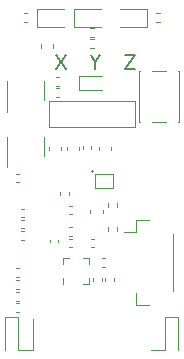
<source format=gbr>
%TF.GenerationSoftware,KiCad,Pcbnew,7.0.9*%
%TF.CreationDate,2024-04-04T21:50:02+13:00*%
%TF.ProjectId,panel,70616e65-6c2e-46b6-9963-61645f706362,rev?*%
%TF.SameCoordinates,Original*%
%TF.FileFunction,Legend,Top*%
%TF.FilePolarity,Positive*%
%FSLAX46Y46*%
G04 Gerber Fmt 4.6, Leading zero omitted, Abs format (unit mm)*
G04 Created by KiCad (PCBNEW 7.0.9) date 2024-04-04 21:50:02*
%MOMM*%
%LPD*%
G01*
G04 APERTURE LIST*
%ADD10C,0.200000*%
%ADD11C,0.120000*%
G04 APERTURE END LIST*
D10*
X145493006Y-23862742D02*
X146293006Y-25062742D01*
X146293006Y-23862742D02*
X145493006Y-25062742D01*
X148807292Y-24491314D02*
X148807292Y-25062742D01*
X148407292Y-23862742D02*
X148807292Y-24491314D01*
X148807292Y-24491314D02*
X149207292Y-23862742D01*
X151321578Y-23862742D02*
X152121578Y-23862742D01*
X152121578Y-23862742D02*
X151321578Y-25062742D01*
X151321578Y-25062742D02*
X152121578Y-25062742D01*
D11*
%TO.C,D3*%
X147015000Y-20015000D02*
X147015000Y-21485000D01*
X147015000Y-21485000D02*
X149300000Y-21485000D01*
X149300000Y-20015000D02*
X147015000Y-20015000D01*
%TO.C,R18*%
X142046359Y-41920000D02*
X142353641Y-41920000D01*
X142046359Y-42680000D02*
X142353641Y-42680000D01*
%TO.C,L4*%
X144890000Y-31962779D02*
X144890000Y-31637221D01*
X145910000Y-31962779D02*
X145910000Y-31637221D01*
%TO.C,C9*%
X146807836Y-40160000D02*
X146592164Y-40160000D01*
X146807836Y-39440000D02*
X146592164Y-39440000D01*
%TO.C,J3*%
X153365000Y-37840000D02*
X152215000Y-37840000D01*
X152215000Y-37840000D02*
X152215000Y-38890000D01*
X152215000Y-38890000D02*
X151225000Y-38890000D01*
X155335000Y-39010000D02*
X155335000Y-43890000D01*
X153365000Y-45060000D02*
X152215000Y-45060000D01*
X152215000Y-45060000D02*
X152215000Y-44010000D01*
%TO.C,J2*%
X141160000Y-46090000D02*
X142290000Y-46090000D01*
X141160000Y-48840000D02*
X141160000Y-46090000D01*
X142290000Y-46090000D02*
X142290000Y-48840000D01*
X142290000Y-48840000D02*
X143490000Y-48840000D01*
X143490000Y-48840000D02*
X143490000Y-46210000D01*
X154710000Y-46090000D02*
X154710000Y-48840000D01*
X154710000Y-48840000D02*
X153510000Y-48840000D01*
X155840000Y-46090000D02*
X154710000Y-46090000D01*
X155840000Y-48840000D02*
X155840000Y-46090000D01*
%TO.C,C10*%
X148442164Y-39440000D02*
X148657836Y-39440000D01*
X148442164Y-40160000D02*
X148657836Y-40160000D01*
%TO.C,R26*%
X145446359Y-25720000D02*
X145753641Y-25720000D01*
X145446359Y-26480000D02*
X145753641Y-26480000D01*
%TO.C,R14*%
X148653641Y-23330000D02*
X148346359Y-23330000D01*
X148653641Y-22570000D02*
X148346359Y-22570000D01*
%TO.C,R5*%
X149400000Y-42726359D02*
X149400000Y-43033641D01*
X148640000Y-42726359D02*
X148640000Y-43033641D01*
%TO.C,C20*%
X142092164Y-33940000D02*
X142307836Y-33940000D01*
X142092164Y-34660000D02*
X142307836Y-34660000D01*
%TO.C,R6*%
X149346359Y-41090000D02*
X149653641Y-41090000D01*
X149346359Y-41850000D02*
X149653641Y-41850000D01*
%TO.C,F1*%
X144190000Y-23262779D02*
X144190000Y-22937221D01*
X145210000Y-23262779D02*
X145210000Y-22937221D01*
%TO.C,C15*%
X142542164Y-36890000D02*
X142757836Y-36890000D01*
X142542164Y-37610000D02*
X142757836Y-37610000D01*
%TO.C,L1*%
X150110000Y-31637221D02*
X150110000Y-31962779D01*
X149090000Y-31637221D02*
X149090000Y-31962779D01*
%TO.C,R13*%
X143053641Y-21130000D02*
X142746359Y-21130000D01*
X143053641Y-20370000D02*
X142746359Y-20370000D01*
%TO.C,C3*%
X144880000Y-27780000D02*
X144880000Y-30020000D01*
X144880000Y-27780000D02*
X152120000Y-27780000D01*
X144880000Y-30020000D02*
X152120000Y-30020000D01*
X152120000Y-27780000D02*
X152120000Y-30020000D01*
%TO.C,R28*%
X145446359Y-26720000D02*
X145753641Y-26720000D01*
X145446359Y-27480000D02*
X145753641Y-27480000D01*
%TO.C,R7*%
X150630000Y-36446359D02*
X150630000Y-36753641D01*
X149870000Y-36446359D02*
X149870000Y-36753641D01*
%TO.C,R8*%
X150630000Y-38446359D02*
X150630000Y-38753641D01*
X149870000Y-38446359D02*
X149870000Y-38753641D01*
%TO.C,R19*%
X142046359Y-42920000D02*
X142353641Y-42920000D01*
X142046359Y-43680000D02*
X142353641Y-43680000D01*
%TO.C,R11*%
X148346359Y-21570000D02*
X148653641Y-21570000D01*
X148346359Y-22330000D02*
X148653641Y-22330000D01*
%TO.C,U6*%
X141340000Y-26900000D02*
X141340000Y-28700000D01*
X141340000Y-26900000D02*
X141340000Y-26100000D01*
X144460000Y-26900000D02*
X144460000Y-27700000D01*
X144460000Y-26900000D02*
X144460000Y-26100000D01*
%TO.C,D9*%
X143865000Y-20015000D02*
X143865000Y-21485000D01*
X143865000Y-21485000D02*
X146150000Y-21485000D01*
X146150000Y-20015000D02*
X143865000Y-20015000D01*
%TO.C,R10*%
X150370000Y-42726359D02*
X150370000Y-43033641D01*
X149610000Y-42726359D02*
X149610000Y-43033641D01*
%TO.C,R16*%
X142046359Y-44920000D02*
X142353641Y-44920000D01*
X142046359Y-45680000D02*
X142353641Y-45680000D01*
%TO.C,C6*%
X149410000Y-37009420D02*
X149410000Y-37290580D01*
X148390000Y-37009420D02*
X148390000Y-37290580D01*
%TO.C,D5*%
X147390000Y-25650000D02*
X147390000Y-26850000D01*
X149350000Y-25650000D02*
X147390000Y-25650000D01*
X149350000Y-26850000D02*
X147390000Y-26850000D01*
%TO.C,C22*%
X147410000Y-31659420D02*
X147410000Y-31940580D01*
X146390000Y-31659420D02*
X146390000Y-31940580D01*
%TO.C,C18*%
X142542164Y-38790000D02*
X142757836Y-38790000D01*
X142542164Y-39510000D02*
X142757836Y-39510000D01*
%TO.C,D4*%
X153135000Y-21485000D02*
X153135000Y-20015000D01*
X153135000Y-20015000D02*
X150850000Y-20015000D01*
X150850000Y-21485000D02*
X153135000Y-21485000D01*
%TO.C,C16*%
X144940000Y-39757836D02*
X144940000Y-39542164D01*
X145660000Y-39757836D02*
X145660000Y-39542164D01*
%TO.C,C5*%
X148460000Y-31592164D02*
X148460000Y-31807836D01*
X147740000Y-31592164D02*
X147740000Y-31807836D01*
%TO.C,U2*%
X148770000Y-33970000D02*
X150330000Y-33970000D01*
X148770000Y-35130000D02*
X148770000Y-33970000D01*
X150330000Y-33970000D02*
X150330000Y-35130000D01*
X150330000Y-35130000D02*
X148770000Y-35130000D01*
X148650000Y-33750000D02*
G75*
G03*
X148650000Y-33750000I-100000J0D01*
G01*
%TO.C,R17*%
X142046359Y-43920000D02*
X142353641Y-43920000D01*
X142046359Y-44680000D02*
X142353641Y-44680000D01*
%TO.C,C13*%
X146560000Y-35492164D02*
X146560000Y-35707836D01*
X145840000Y-35492164D02*
X145840000Y-35707836D01*
%TO.C,C17*%
X146807836Y-39210000D02*
X146592164Y-39210000D01*
X146807836Y-38490000D02*
X146592164Y-38490000D01*
%TO.C,C11*%
X146807836Y-37360000D02*
X146592164Y-37360000D01*
X146807836Y-36640000D02*
X146592164Y-36640000D01*
%TO.C,SW1*%
X155900000Y-25200000D02*
X155780000Y-25200000D01*
X154770000Y-25200000D02*
X153630000Y-25200000D01*
X152620000Y-25200000D02*
X152500000Y-25200000D01*
X152500000Y-25200000D02*
X152500000Y-29600000D01*
X155900000Y-29600000D02*
X155900000Y-25200000D01*
X155780000Y-29600000D02*
X155900000Y-29600000D01*
X153630000Y-29600000D02*
X154770000Y-29600000D01*
X152500000Y-29600000D02*
X152620000Y-29600000D01*
%TO.C,U1*%
X141340000Y-31600000D02*
X141340000Y-33400000D01*
X141340000Y-31600000D02*
X141340000Y-30800000D01*
X144460000Y-31600000D02*
X144460000Y-32400000D01*
X144460000Y-31600000D02*
X144460000Y-30800000D01*
%TO.C,R12*%
X153946359Y-20370000D02*
X154253641Y-20370000D01*
X153946359Y-21130000D02*
X154253641Y-21130000D01*
%TO.C,C19*%
X142542164Y-37840000D02*
X142757836Y-37840000D01*
X142542164Y-38560000D02*
X142757836Y-38560000D01*
%TO.C,U5*%
X146050000Y-43300000D02*
X146050000Y-43300000D01*
X147750000Y-43300000D02*
X147750000Y-43300000D01*
X148250000Y-43300000D02*
X147750000Y-43300000D01*
X146050000Y-42800000D02*
X146050000Y-43300000D01*
X148250000Y-42800000D02*
X148250000Y-43300000D01*
X146050000Y-41600000D02*
X146050000Y-41100000D01*
X148250000Y-41600000D02*
X148250000Y-41600000D01*
X146050000Y-41100000D02*
X146550000Y-41100000D01*
X146550000Y-41100000D02*
X146550000Y-41100000D01*
X147750000Y-41100000D02*
X148250000Y-41100000D01*
X148250000Y-41100000D02*
X148250000Y-41600000D01*
%TD*%
M02*

</source>
